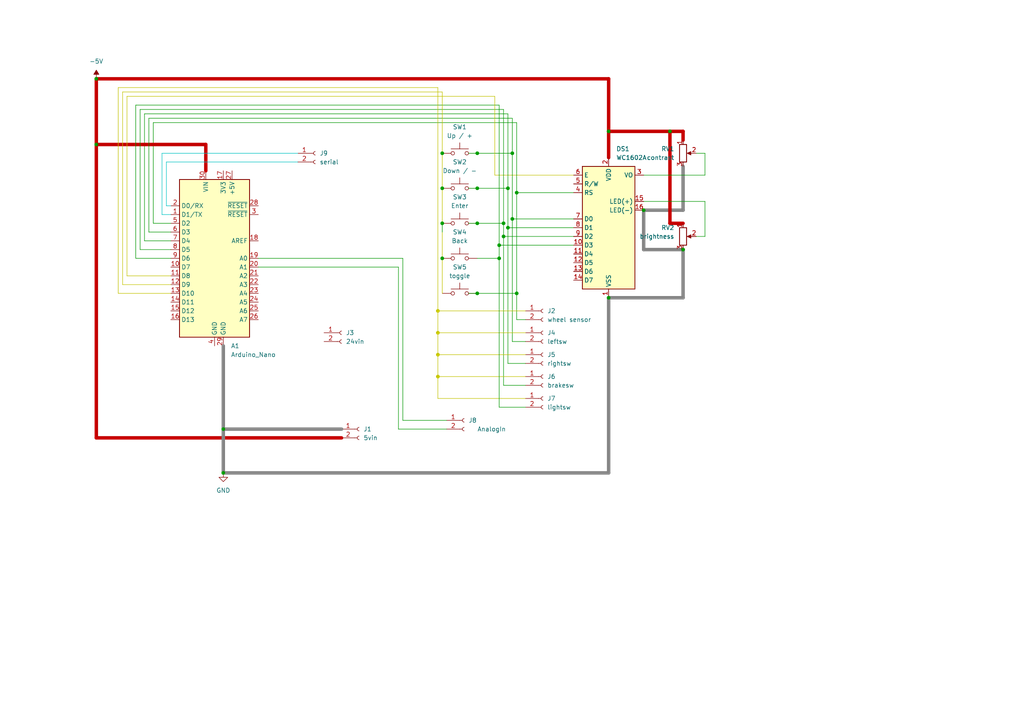
<source format=kicad_sch>
(kicad_sch (version 20230121) (generator eeschema)
  (paper "A4")
  (lib_symbols
    (symbol "Connector:Conn_01x02_Socket" (pin_names (offset 1.016) hide)
      (property "Reference" "J" (at 0 2.54 0))
      (property "Value" "Conn_01x02_Socket" (at 0 -5.08 0))
      (symbol "Conn_01x02_Socket_1_1"
        (arc (start 0 -2.032) (mid -0.5058 -2.54) (end 0 -3.048) (stroke (width 0.1524)))
        (polyline (pts (xy -1.27 -2.54) (xy -0.508 -2.54)) (stroke (width 0.1524)))
        (polyline (pts (xy -1.27 0) (xy -0.508 0)) (stroke (width 0.1524)))
        (arc (start 0 0.508) (mid -0.5058 0) (end 0 -0.508) (stroke (width 0.1524)))
        (pin passive line (at -5.08 0 0) (length 3.81) (name "Pin_1") (number "1"))
        (pin passive line (at -5.08 -2.54 0) (length 3.81) (name "Pin_2") (number "2"))
      )
    )
    (symbol "Device:R_Potentiometer" (pin_names (offset 1.016) hide)
      (property "Reference" "RV" (at -4.445 0 90))
      (property "Value" "R_Potentiometer" (at -2.54 0 90))
      (symbol "R_Potentiometer_0_1"
        (polyline (pts (xy 2.54 0) (xy 1.524 0)))
        (polyline (pts (xy 1.143 0) (xy 2.286 0.508) (xy 2.286 -0.508) (xy 1.143 0)) (fill (type outline)))
        (rectangle (start 1.016 2.54) (end -1.016 -2.54) (stroke (width 0.254)))
      )
      (symbol "R_Potentiometer_1_1"
        (pin passive line (at 0 3.81 270) (length 1.27) (name "1") (number "1"))
        (pin passive line (at 3.81 0 180) (length 1.27) (name "2") (number "2"))
        (pin passive line (at 0 -3.81 90) (length 1.27) (name "3") (number "3"))
      )
    )
    (symbol "Display_Character:WC1602A"
      (property "Reference" "DS" (at -5.842 19.05 0))
      (property "Value" "WC1602A" (at 5.334 19.05 0))
      (symbol "WC1602A_1_1"
        (rectangle (start -7.62 17.78) (end 7.62 -17.78) (stroke (width 0.254)) (fill (type background)))
        (pin power_in line (at 0 -20.32 90) (length 2.54) (name "VSS") (number "1"))
        (pin input line (at -10.16 -5.08 0) (length 2.54) (name "D3") (number "10"))
        (pin input line (at -10.16 -7.62 0) (length 2.54) (name "D4") (number "11"))
        (pin input line (at -10.16 -10.16 0) (length 2.54) (name "D5") (number "12"))
        (pin input line (at -10.16 -12.7 0) (length 2.54) (name "D6") (number "13"))
        (pin input line (at -10.16 -15.24 0) (length 2.54) (name "D7") (number "14"))
        (pin power_in line (at 10.16 7.62 180) (length 2.54) (name "LED(+)") (number "15"))
        (pin power_in line (at 10.16 5.08 180) (length 2.54) (name "LED(-)") (number "16"))
        (pin power_in line (at 0 20.32 270) (length 2.54) (name "VDD") (number "2"))
        (pin input line (at 10.16 15.24 180) (length 2.54) (name "VO") (number "3"))
        (pin input line (at -10.16 10.16 0) (length 2.54) (name "RS") (number "4"))
        (pin input line (at -10.16 12.7 0) (length 2.54) (name "R/W") (number "5"))
        (pin input line (at -10.16 15.24 0) (length 2.54) (name "E") (number "6"))
        (pin input line (at -10.16 2.54 0) (length 2.54) (name "D0") (number "7"))
        (pin input line (at -10.16 0 0) (length 2.54) (name "D1") (number "8"))
        (pin input line (at -10.16 -2.54 0) (length 2.54) (name "D2") (number "9"))
      )
    )
    (symbol "MCU_Module:Arduino_Nano_v3.x"
      (property "Reference" "A" (at -10.16 23.495 0))
      (property "Value" "Arduino_Nano_v3.x" (at 5.08 -24.13 0))
      (symbol "Arduino_Nano_v3.x_0_1"
        (rectangle (start -10.16 22.86) (end 10.16 -22.86) (stroke (width 0.254)) (fill (type background)))
      )
      (symbol "Arduino_Nano_v3.x_1_1"
        (pin bidirectional line (at -12.7 12.7 0) (length 2.54) (name "D1/TX") (number "1"))
        (pin bidirectional line (at -12.7 -2.54 0) (length 2.54) (name "D7") (number "10"))
        (pin bidirectional line (at -12.7 -5.08 0) (length 2.54) (name "D8") (number "11"))
        (pin bidirectional line (at -12.7 -7.62 0) (length 2.54) (name "D9") (number "12"))
        (pin bidirectional line (at -12.7 -10.16 0) (length 2.54) (name "D10") (number "13"))
        (pin bidirectional line (at -12.7 -12.7 0) (length 2.54) (name "D11") (number "14"))
        (pin bidirectional line (at -12.7 -15.24 0) (length 2.54) (name "D12") (number "15"))
        (pin bidirectional line (at -12.7 -17.78 0) (length 2.54) (name "D13") (number "16"))
        (pin power_out line (at 2.54 25.4 270) (length 2.54) (name "3V3") (number "17"))
        (pin input line (at 12.7 5.08 180) (length 2.54) (name "AREF") (number "18"))
        (pin bidirectional line (at 12.7 0 180) (length 2.54) (name "A0") (number "19"))
        (pin bidirectional line (at -12.7 15.24 0) (length 2.54) (name "D0/RX") (number "2"))
        (pin bidirectional line (at 12.7 -2.54 180) (length 2.54) (name "A1") (number "20"))
        (pin bidirectional line (at 12.7 -5.08 180) (length 2.54) (name "A2") (number "21"))
        (pin bidirectional line (at 12.7 -7.62 180) (length 2.54) (name "A3") (number "22"))
        (pin bidirectional line (at 12.7 -10.16 180) (length 2.54) (name "A4") (number "23"))
        (pin bidirectional line (at 12.7 -12.7 180) (length 2.54) (name "A5") (number "24"))
        (pin bidirectional line (at 12.7 -15.24 180) (length 2.54) (name "A6") (number "25"))
        (pin bidirectional line (at 12.7 -17.78 180) (length 2.54) (name "A7") (number "26"))
        (pin power_out line (at 5.08 25.4 270) (length 2.54) (name "+5V") (number "27"))
        (pin input line (at 12.7 15.24 180) (length 2.54) (name "~{RESET}") (number "28"))
        (pin power_in line (at 2.54 -25.4 90) (length 2.54) (name "GND") (number "29"))
        (pin input line (at 12.7 12.7 180) (length 2.54) (name "~{RESET}") (number "3"))
        (pin power_in line (at -2.54 25.4 270) (length 2.54) (name "VIN") (number "30"))
        (pin power_in line (at 0 -25.4 90) (length 2.54) (name "GND") (number "4"))
        (pin bidirectional line (at -12.7 10.16 0) (length 2.54) (name "D2") (number "5"))
        (pin bidirectional line (at -12.7 7.62 0) (length 2.54) (name "D3") (number "6"))
        (pin bidirectional line (at -12.7 5.08 0) (length 2.54) (name "D4") (number "7"))
        (pin bidirectional line (at -12.7 2.54 0) (length 2.54) (name "D5") (number "8"))
        (pin bidirectional line (at -12.7 0 0) (length 2.54) (name "D6") (number "9"))
      )
    )
    (symbol "Switch:SW_Push" (pin_numbers hide) (pin_names (offset 1.016) hide)
      (property "Reference" "SW" (at 1.27 2.54 0))
      (property "Value" "SW_Push" (at 0 -1.524 0))
      (symbol "SW_Push_0_1"
        (circle (center -2.032 0) (radius 0.508))
        (polyline (pts (xy 0 1.27) (xy 0 3.048)))
        (polyline (pts (xy 2.54 1.27) (xy -2.54 1.27)))
        (circle (center 2.032 0) (radius 0.508))
        (pin passive line (at -5.08 0 0) (length 2.54) (name "1") (number "1"))
        (pin passive line (at 5.08 0 180) (length 2.54) (name "2") (number "2"))
      )
    )
    (symbol "power:-5V" (power) (pin_names (offset 0))
      (property "Value" "-5V" (at 0 3.81 0))
      (symbol "-5V_0_0"
        (pin power_in line (at 0 0 90) (length 0) hide (name "-5V") (number "1"))
      )
      (symbol "-5V_0_1"
        (polyline (pts (xy 0 0) (xy 0 1.27) (xy 0.762 1.27) (xy 0 2.54) (xy -0.762 1.27) (xy 0 1.27)) (fill (type outline)))
      )
    )
    (symbol "power:GND" (power) (pin_names (offset 0))
      (property "Value" "GND" (at 0 -3.81 0))
      (symbol "GND_0_1"
        (polyline (pts (xy 0 0) (xy 0 -1.27) (xy 1.27 -1.27) (xy 0 -2.54) (xy -1.27 -1.27) (xy 0 -1.27)))
      )
      (symbol "GND_1_1"
        (pin power_in line (at 0 0 270) (length 0) hide (name "GND") (number "1"))
      )
    )
  )
  (junction (at 148.59 63.5))
  (junction (at 144.78 74.93))
  (junction (at 128.27 64.77))
  (junction (at 27.94 22.86))
  (junction (at 194.31 38.1))
  (junction (at 146.05 68.58))
  (junction (at 198.12 72.39))
  (junction (at 27.94 41.91))
  (junction (at 127 109.22) (color 194 194 0 1))
  (junction (at 176.53 38.1))
  (junction (at 186.69 60.96))
  (junction (at 138.43 64.77))
  (junction (at 128.27 54.61))
  (junction (at 147.32 66.04))
  (junction (at 149.86 85.09))
  (junction (at 128.27 74.93))
  (junction (at 64.77 137.16))
  (junction (at 64.77 124.46))
  (junction (at 144.78 71.12))
  (junction (at 147.32 54.61))
  (junction (at 138.43 44.45))
  (junction (at 138.43 85.09))
  (junction (at 149.86 55.88))
  (junction (at 127 102.87) (color 194 194 0 1))
  (junction (at 146.05 64.77))
  (junction (at 127 90.17) (color 194 194 0 1))
  (junction (at 138.43 54.61))
  (junction (at 148.59 44.45))
  (junction (at 127 96.52) (color 194 194 0 1))
  (junction (at 176.53 86.36))
  (junction (at 128.27 44.45))
  (wire (pts (xy 115.57 77.47) (xy 115.57 124.46)))
  (wire (pts (xy 128.27 64.77) (xy 128.27 74.93)) (stroke (width 0) (color 194 194 0 1)))
  (wire (pts (xy 198.12 64.77) (xy 194.31 64.77)) (stroke (width 1) (color 194 0 0 1)))
  (wire (pts (xy 204.47 58.42) (xy 186.69 58.42)))
  (wire (pts (xy 144.78 30.48) (xy 144.78 71.12)))
  (wire (pts (xy 116.84 121.92) (xy 116.84 74.93)))
  (wire (pts (xy 146.05 64.77) (xy 146.05 68.58)))
  (wire (pts (xy 204.47 68.58) (xy 204.47 58.42)))
  (wire (pts (xy 41.91 69.85) (xy 49.53 69.85)))
  (wire (pts (xy 144.78 74.93) (xy 138.43 74.93)))
  (wire (pts (xy 198.12 86.36) (xy 176.53 86.36)) (stroke (width 1) (color 132 132 132 1)))
  (wire (pts (xy 198.12 72.39) (xy 186.69 72.39)) (stroke (width 1) (color 132 132 132 1)))
  (wire (pts (xy 129.54 121.92) (xy 116.84 121.92)))
  (wire (pts (xy 127 25.4) (xy 127 90.17)) (stroke (width 0) (color 194 194 0 1)))
  (wire (pts (xy 35.56 82.55) (xy 35.56 26.67)) (stroke (width 0) (color 194 194 0 1)))
  (wire (pts (xy 149.86 55.88) (xy 149.86 85.09)))
  (wire (pts (xy 147.32 33.02) (xy 41.91 33.02)))
  (wire (pts (xy 201.93 44.45) (xy 204.47 44.45)))
  (wire (pts (xy 127 115.57) (xy 152.4 115.57)) (stroke (width 0) (color 194 194 0 1)))
  (wire (pts (xy 186.69 60.96) (xy 198.12 60.96)) (stroke (width 1) (color 132 132 132 1)))
  (wire (pts (xy 198.12 40.64) (xy 198.12 38.1)) (stroke (width 1) (color 194 0 0 1)))
  (wire (pts (xy 41.91 33.02) (xy 41.91 69.85)))
  (wire (pts (xy 40.64 72.39) (xy 40.64 31.75)))
  (wire (pts (xy 59.69 41.91) (xy 59.69 49.53)) (stroke (width 1) (color 194 0 0 1)))
  (wire (pts (xy 194.31 64.77) (xy 194.31 38.1)) (stroke (width 1) (color 194 0 0 1)))
  (wire (pts (xy 147.32 66.04) (xy 166.37 66.04)))
  (wire (pts (xy 64.77 100.33) (xy 64.77 124.46)) (stroke (width 1) (color 132 132 132 1)))
  (wire (pts (xy 86.36 44.45) (xy 46.99 44.45)) (stroke (width 0) (color 0 194 194 1)))
  (wire (pts (xy 148.59 63.5) (xy 148.59 99.06)))
  (wire (pts (xy 115.57 124.46) (xy 129.54 124.46)))
  (wire (pts (xy 49.53 82.55) (xy 35.56 82.55)) (stroke (width 0) (color 194 194 0 1)))
  (wire (pts (xy 44.45 35.56) (xy 44.45 64.77)))
  (wire (pts (xy 127 102.87) (xy 127 109.22)) (stroke (width 0) (color 194 194 0 1)))
  (wire (pts (xy 127 102.87) (xy 152.4 102.87)) (stroke (width 0) (color 194 194 0 1)))
  (wire (pts (xy 48.26 46.99) (xy 86.36 46.99)) (stroke (width 0) (color 0 194 194 1)))
  (wire (pts (xy 198.12 60.96) (xy 198.12 48.26)) (stroke (width 1) (color 132 132 132 1)))
  (wire (pts (xy 147.32 54.61) (xy 147.32 66.04)))
  (wire (pts (xy 201.93 68.58) (xy 204.47 68.58)))
  (wire (pts (xy 146.05 111.76) (xy 152.4 111.76)))
  (wire (pts (xy 127 109.22) (xy 152.4 109.22)) (stroke (width 0) (color 194 194 0 1)))
  (wire (pts (xy 149.86 85.09) (xy 149.86 92.71)))
  (wire (pts (xy 64.77 124.46) (xy 99.06 124.46)) (stroke (width 1) (color 132 132 132 1)))
  (wire (pts (xy 176.53 22.86) (xy 176.53 38.1)) (stroke (width 1) (color 194 0 0 1)))
  (wire (pts (xy 64.77 137.16) (xy 176.53 137.16)) (stroke (width 1) (color 132 132 132 1)))
  (wire (pts (xy 128.27 74.93) (xy 128.27 85.09)) (stroke (width 0) (color 194 194 0 1)))
  (wire (pts (xy 146.05 31.75) (xy 146.05 64.77)))
  (wire (pts (xy 49.53 80.01) (xy 36.83 80.01)) (stroke (width 0) (color 194 194 0 1)))
  (wire (pts (xy 135.89 44.45) (xy 138.43 44.45)))
  (wire (pts (xy 99.06 127) (xy 27.94 127)) (stroke (width 1) (color 194 0 0 1)))
  (wire (pts (xy 147.32 105.41) (xy 152.4 105.41)))
  (wire (pts (xy 149.86 35.56) (xy 44.45 35.56)))
  (wire (pts (xy 64.77 124.46) (xy 64.77 137.16)) (stroke (width 1) (color 132 132 132 1)))
  (wire (pts (xy 147.32 66.04) (xy 147.32 105.41)))
  (wire (pts (xy 144.78 74.93) (xy 144.78 118.11)))
  (wire (pts (xy 194.31 38.1) (xy 176.53 38.1)) (stroke (width 1) (color 194 0 0 1)))
  (wire (pts (xy 43.18 34.29) (xy 148.59 34.29)))
  (wire (pts (xy 49.53 85.09) (xy 34.29 85.09)) (stroke (width 0) (color 194 194 0 1)))
  (wire (pts (xy 127 109.22) (xy 127 115.57)) (stroke (width 0) (color 194 194 0 1)))
  (wire (pts (xy 148.59 63.5) (xy 166.37 63.5)))
  (wire (pts (xy 128.27 26.67) (xy 128.27 44.45)) (stroke (width 0) (color 194 194 0 1)))
  (wire (pts (xy 128.27 54.61) (xy 128.27 64.77)) (stroke (width 0) (color 194 194 0 1)))
  (wire (pts (xy 198.12 72.39) (xy 198.12 86.36)) (stroke (width 1) (color 132 132 132 1)))
  (wire (pts (xy 149.86 55.88) (xy 149.86 35.56)))
  (wire (pts (xy 198.12 38.1) (xy 194.31 38.1)) (stroke (width 1) (color 194 0 0 1)))
  (wire (pts (xy 138.43 54.61) (xy 147.32 54.61)))
  (wire (pts (xy 49.53 59.69) (xy 48.26 59.69)) (stroke (width 0) (color 0 194 194 1)))
  (wire (pts (xy 148.59 34.29) (xy 148.59 44.45)))
  (wire (pts (xy 46.99 44.45) (xy 46.99 62.23)) (stroke (width 0) (color 0 194 194 1)))
  (wire (pts (xy 135.89 64.77) (xy 138.43 64.77)))
  (wire (pts (xy 39.37 74.93) (xy 49.53 74.93)))
  (wire (pts (xy 138.43 44.45) (xy 148.59 44.45)))
  (wire (pts (xy 143.51 27.94) (xy 36.83 27.94)) (stroke (width 0) (color 194 194 0 1)))
  (wire (pts (xy 128.27 44.45) (xy 128.27 54.61)) (stroke (width 0) (color 194 194 0 1)))
  (wire (pts (xy 116.84 74.93) (xy 74.93 74.93)))
  (wire (pts (xy 27.94 41.91) (xy 59.69 41.91)) (stroke (width 1) (color 194 0 0 1)))
  (wire (pts (xy 127 96.52) (xy 152.4 96.52)) (stroke (width 0) (color 194 194 0 1)))
  (wire (pts (xy 35.56 26.67) (xy 128.27 26.67)) (stroke (width 0) (color 194 194 0 1)))
  (wire (pts (xy 135.89 54.61) (xy 138.43 54.61)))
  (wire (pts (xy 204.47 50.8) (xy 186.69 50.8)))
  (wire (pts (xy 43.18 67.31) (xy 43.18 34.29)))
  (wire (pts (xy 40.64 31.75) (xy 146.05 31.75)))
  (wire (pts (xy 148.59 44.45) (xy 148.59 63.5)))
  (wire (pts (xy 128.27 64.77) (xy 128.27 67.31)))
  (wire (pts (xy 146.05 68.58) (xy 166.37 68.58)))
  (wire (pts (xy 44.45 64.77) (xy 49.53 64.77)))
  (wire (pts (xy 176.53 86.36) (xy 176.53 137.16)) (stroke (width 1) (color 132 132 132 1)))
  (wire (pts (xy 127 90.17) (xy 127 96.52)) (stroke (width 0) (color 194 194 0 1)))
  (wire (pts (xy 149.86 92.71) (xy 152.4 92.71)))
  (wire (pts (xy 39.37 30.48) (xy 144.78 30.48)))
  (wire (pts (xy 128.27 44.45) (xy 128.27 45.72)))
  (wire (pts (xy 48.26 59.69) (xy 48.26 46.99)) (stroke (width 0) (color 0 194 194 1)))
  (wire (pts (xy 149.86 55.88) (xy 166.37 55.88)))
  (wire (pts (xy 34.29 85.09) (xy 34.29 25.4)) (stroke (width 0) (color 194 194 0 1)))
  (wire (pts (xy 143.51 50.8) (xy 166.37 50.8)) (stroke (width 0) (color 194 194 0 1)))
  (wire (pts (xy 147.32 54.61) (xy 147.32 33.02)))
  (wire (pts (xy 144.78 71.12) (xy 166.37 71.12)))
  (wire (pts (xy 43.18 67.31) (xy 49.53 67.31)))
  (wire (pts (xy 148.59 99.06) (xy 152.4 99.06)))
  (wire (pts (xy 127 96.52) (xy 127 102.87)) (stroke (width 0) (color 194 194 0 1)))
  (wire (pts (xy 27.94 22.86) (xy 176.53 22.86)) (stroke (width 1) (color 194 0 0 1)))
  (wire (pts (xy 36.83 80.01) (xy 36.83 27.94)) (stroke (width 0) (color 194 194 0 1)))
  (wire (pts (xy 74.93 77.47) (xy 115.57 77.47)))
  (wire (pts (xy 186.69 72.39) (xy 186.69 60.96)) (stroke (width 1) (color 132 132 132 1)))
  (wire (pts (xy 144.78 118.11) (xy 152.4 118.11)))
  (wire (pts (xy 204.47 44.45) (xy 204.47 50.8)))
  (wire (pts (xy 144.78 71.12) (xy 144.78 74.93)))
  (wire (pts (xy 138.43 85.09) (xy 149.86 85.09)))
  (wire (pts (xy 46.99 62.23) (xy 49.53 62.23)) (stroke (width 0) (color 0 194 194 1)))
  (wire (pts (xy 135.89 85.09) (xy 138.43 85.09)))
  (wire (pts (xy 27.94 22.86) (xy 27.94 41.91)) (stroke (width 1) (color 194 0 0 1)))
  (wire (pts (xy 27.94 127) (xy 27.94 41.91)) (stroke (width 1) (color 194 0 0 1)))
  (wire (pts (xy 34.29 25.4) (xy 127 25.4)) (stroke (width 0) (color 194 194 0 1)))
  (wire (pts (xy 39.37 74.93) (xy 39.37 30.48)))
  (wire (pts (xy 138.43 64.77) (xy 146.05 64.77)))
  (wire (pts (xy 127 90.17) (xy 152.4 90.17)) (stroke (width 0) (color 194 194 0 1)))
  (wire (pts (xy 40.64 72.39) (xy 49.53 72.39)))
  (wire (pts (xy 146.05 68.58) (xy 146.05 111.76)))
  (wire (pts (xy 176.53 38.1) (xy 176.53 45.72)) (stroke (width 1) (color 194 0 0 1)))
  (wire (pts (xy 143.51 50.8) (xy 143.51 27.94)) (stroke (width 0) (color 194 194 0 1)))
  (symbol (lib_id "power:-5V") (at 27.94 22.86 0) (unit 1)
    (property "Reference" "#PWR01" (effects hide))
    (property "Value" "-5V" (at 27.94 17.78 0))
  )
  (symbol (lib_id "Switch:SW_Push") (at 133.35 44.45 0) (unit 1)
    (property "Reference" "SW1" (at 133.35 36.83 0))
    (property "Value" "Up / +" (at 133.35 39.37 0))
    (property "Footprint" "Button_Switch_THT:SW_PUSH_6mm_H4.3mm" (effects hide))
  )
  (symbol (lib_id "Connector:Conn_01x02_Socket") (at 99.06 96.52 0) (unit 1) (on_board no)
    (property "Reference" "J3" (at 100.33 96.52 0) (effects (justify left)))
    (property "Value" "24vin" (at 100.33 99.06 0) (effects (justify left)))
  )
  (symbol (lib_id "Connector:Conn_01x02_Socket") (at 134.62 121.92 0) (unit 1)
    (property "Reference" "J8" (at 135.89 121.92 0) (effects (justify left)))
    (property "Value" "AnalogIn" (at 138.43 124.46 0) (effects (justify left)))
    (property "Footprint" "Connector_PinHeader_2.54mm:PinHeader_1x02_P2.54mm_Vertical" (effects hide))
  )
  (symbol (lib_id "Connector:Conn_01x02_Socket") (at 157.48 102.87 0) (unit 1)
    (property "Reference" "J5" (at 158.75 102.87 0) (effects (justify left)))
    (property "Value" "rightsw" (at 158.75 105.41 0) (effects (justify left)))
    (property "Footprint" "Connector_PinHeader_2.54mm:PinHeader_1x02_P2.54mm_Vertical" (effects hide))
  )
  (symbol (lib_id "Connector:Conn_01x02_Socket") (at 157.48 109.22 0) (unit 1)
    (property "Reference" "J6" (at 158.75 109.22 0) (effects (justify left)))
    (property "Value" "brakesw" (at 158.75 111.76 0) (effects (justify left)))
    (property "Footprint" "Connector_PinHeader_2.54mm:PinHeader_1x02_P2.54mm_Vertical" (effects hide))
  )
  (symbol (lib_id "Connector:Conn_01x02_Socket") (at 157.48 90.17 0) (unit 1)
    (property "Reference" "J2" (at 158.75 90.17 0) (effects (justify left)))
    (property "Value" "wheel sensor" (at 158.75 92.71 0) (effects (justify left)))
    (property "Footprint" "Connector_PinHeader_2.54mm:PinHeader_1x02_P2.54mm_Vertical" (effects hide))
  )
  (symbol (lib_id "Connector:Conn_01x02_Socket") (at 91.44 44.45 0) (unit 1)
    (property "Reference" "J9" (at 92.71 44.45 0) (effects (justify left)))
    (property "Value" "serial" (at 92.71 46.99 0) (effects (justify left)))
    (property "Footprint" "Connector_PinHeader_2.54mm:PinHeader_1x02_P2.54mm_Vertical" (effects hide))
  )
  (symbol (lib_id "Switch:SW_Push") (at 133.35 64.77 0) (unit 1)
    (property "Reference" "SW3" (at 133.35 57.15 0))
    (property "Value" "Enter" (at 133.35 59.69 0))
    (property "Footprint" "Button_Switch_THT:SW_PUSH_6mm_H4.3mm" (effects hide))
  )
  (symbol (lib_id "Display_Character:WC1602A") (at 176.53 66.04 0) (unit 1)
    (property "Reference" "DS1" (at 178.7241 43.18 0) (effects (justify left)))
    (property "Value" "WC1602A" (at 178.7241 45.72 0) (effects (justify left)))
    (property "Footprint" "Display:WC1602A" (effects hide))
    (property "Datasheet" "http://www.wincomlcd.com/pdf/WC1602A-SFYLYHTC06.pdf" (effects hide))
  )
  (symbol (lib_id "MCU_Module:Arduino_Nano_v3.x") (at 62.23 74.93 0) (unit 1)
    (property "Reference" "A1" (at 66.9641 100.33 0) (effects (justify left)))
    (property "Value" "Arduino_Nano" (at 66.9641 102.87 0) (effects (justify left)))
    (property "Footprint" "Module:Arduino_Nano" (effects hide))
    (property "Datasheet" "http://www.mouser.com/pdfdocs/Gravitech_Arduino_Nano3_0.pdf" (effects hide))
  )
  (symbol (lib_id "Connector:Conn_01x02_Socket") (at 157.48 96.52 0) (unit 1)
    (property "Reference" "J4" (at 158.75 96.52 0) (effects (justify left)))
    (property "Value" "leftsw" (at 158.75 99.06 0) (effects (justify left)))
    (property "Footprint" "Connector_PinHeader_2.54mm:PinHeader_1x02_P2.54mm_Vertical" (effects hide))
  )
  (symbol (lib_id "power:GND") (at 64.77 137.16 0) (unit 1)
    (property "Reference" "#PWR02" (effects hide))
    (property "Value" "GND" (at 64.77 142.24 0))
  )
  (symbol (lib_id "Switch:SW_Push") (at 133.35 74.93 0) (unit 1)
    (property "Reference" "SW4" (at 133.35 67.31 0))
    (property "Value" "Back" (at 133.35 69.85 0))
    (property "Footprint" "Button_Switch_THT:SW_PUSH_6mm_H4.3mm" (effects hide))
  )
  (symbol (lib_id "Switch:SW_Push") (at 133.35 54.61 0) (unit 1)
    (property "Reference" "SW2" (at 133.35 46.99 0))
    (property "Value" "Down / -" (at 133.35 49.53 0))
    (property "Footprint" "Button_Switch_THT:SW_PUSH_6mm_H4.3mm" (effects hide))
  )
  (symbol (lib_id "Device:R_Potentiometer") (at 198.12 68.58 0) (unit 1)
    (property "Reference" "RV2" (at 195.58 66.04 0) (effects (justify right)))
    (property "Value" "brightness" (at 195.58 68.58 0) (effects (justify right)))
    (property "Footprint" "Potentiometer_THT:Potentiometer_Alpha_RD901F-40-00D_Single_Vertical_CircularHoles" (effects hide))
  )
  (symbol (lib_id "Connector:Conn_01x02_Socket") (at 104.14 124.46 0) (unit 1)
    (property "Reference" "J1" (at 105.41 124.46 0) (effects (justify left)))
    (property "Value" "5vin" (at 105.41 127 0) (effects (justify left)))
    (property "Footprint" "Connector_PinHeader_2.54mm:PinHeader_1x02_P2.54mm_Vertical" (effects hide))
  )
  (symbol (lib_id "Switch:SW_Push") (at 133.35 85.09 0) (unit 1)
    (property "Reference" "SW5" (at 133.35 77.47 0))
    (property "Value" "toggle" (at 133.35 80.01 0))
    (property "Footprint" "Connector_PinHeader_2.54mm:PinHeader_1x02_P2.54mm_Vertical" (effects hide))
  )
  (symbol (lib_id "Device:R_Potentiometer") (at 198.12 44.45 0) (unit 1)
    (property "Reference" "RV1" (at 195.58 43.18 0) (effects (justify right)))
    (property "Value" "contrast" (at 195.58 45.72 0) (effects (justify right)))
    (property "Footprint" "Potentiometer_SMD:Potentiometer_ACP_CA6-VSMD_Vertical_Hole" (effects hide))
  )
  (symbol (lib_id "Connector:Conn_01x02_Socket") (at 157.48 115.57 0) (unit 1)
    (property "Reference" "J7" (at 158.75 115.57 0) (effects (justify left)))
    (property "Value" "lightsw" (at 158.75 118.11 0) (effects (justify left)))
    (property "Footprint" "Connector_PinHeader_2.54mm:PinHeader_1x02_P2.54mm_Vertical" (effects hide))
  )
)
</source>
